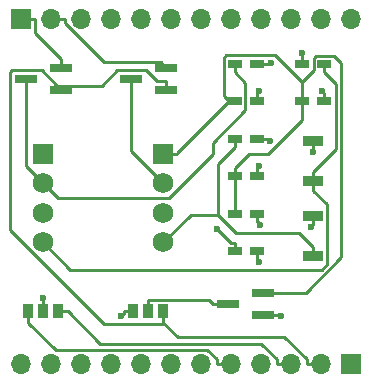
<source format=gtl>
G04 #@! TF.FileFunction,Copper,L1,Top,Signal*
%FSLAX46Y46*%
G04 Gerber Fmt 4.6, Leading zero omitted, Abs format (unit mm)*
G04 Created by KiCad (PCBNEW 4.0.7-e2-6376~60~ubuntu17.10.1) date Wed Nov 29 13:14:38 2017*
%MOMM*%
%LPD*%
G01*
G04 APERTURE LIST*
%ADD10C,0.100000*%
%ADD11R,1.700000X1.700000*%
%ADD12O,1.700000X1.700000*%
%ADD13R,1.200000X0.750000*%
%ADD14R,0.970000X1.270000*%
%ADD15R,1.900000X0.800000*%
%ADD16R,1.700000X0.900000*%
%ADD17R,1.750000X1.750000*%
%ADD18C,1.750000*%
%ADD19C,0.600000*%
%ADD20C,0.250000*%
G04 APERTURE END LIST*
D10*
D11*
X176530000Y-120650000D03*
D12*
X173990000Y-120650000D03*
X171450000Y-120650000D03*
X168910000Y-120650000D03*
X166370000Y-120650000D03*
X163830000Y-120650000D03*
X161290000Y-120650000D03*
X158750000Y-120650000D03*
X156210000Y-120650000D03*
X153670000Y-120650000D03*
X151130000Y-120650000D03*
X148590000Y-120650000D03*
D13*
X172405000Y-95250000D03*
X174305000Y-95250000D03*
X172405000Y-98425000D03*
X174305000Y-98425000D03*
X166690000Y-98425000D03*
X168590000Y-98425000D03*
X166690000Y-95250000D03*
X168590000Y-95250000D03*
X168590000Y-101600000D03*
X166690000Y-101600000D03*
X166690000Y-104775000D03*
X168590000Y-104775000D03*
X166690000Y-107950000D03*
X168590000Y-107950000D03*
X166690000Y-111125000D03*
X168590000Y-111125000D03*
D14*
X158115000Y-116205000D03*
X159385000Y-116205000D03*
X160655000Y-116205000D03*
X149225000Y-116205000D03*
X150495000Y-116205000D03*
X151765000Y-116205000D03*
D15*
X151995000Y-97470000D03*
X151995000Y-95570000D03*
X148995000Y-96520000D03*
X160885000Y-97470000D03*
X160885000Y-95570000D03*
X157885000Y-96520000D03*
D16*
X173355000Y-105205000D03*
X173355000Y-101805000D03*
X173355000Y-111555000D03*
X173355000Y-108155000D03*
D15*
X169140000Y-116520000D03*
X169140000Y-114620000D03*
X166140000Y-115570000D03*
D17*
X150495000Y-102870000D03*
D18*
X150495000Y-105370000D03*
X150495000Y-107870000D03*
X150495000Y-110370000D03*
D17*
X160655000Y-102870000D03*
D18*
X160655000Y-105370000D03*
X160655000Y-107870000D03*
X160655000Y-110370000D03*
D11*
X148590000Y-91440000D03*
D12*
X151130000Y-91440000D03*
X153670000Y-91440000D03*
X156210000Y-91440000D03*
X158750000Y-91440000D03*
X161290000Y-91440000D03*
X163830000Y-91440000D03*
X166370000Y-91440000D03*
X168910000Y-91440000D03*
X171450000Y-91440000D03*
X173990000Y-91440000D03*
X176530000Y-91440000D03*
D19*
X170627900Y-116565400D03*
X168781800Y-112017100D03*
X168871000Y-108853900D03*
X174051300Y-97547700D03*
X172405000Y-94357800D03*
X169742800Y-95146600D03*
X168776600Y-97538100D03*
X169690300Y-101775000D03*
X168787300Y-103877400D03*
X173138400Y-109105400D03*
X173355000Y-102755300D03*
X150495000Y-115057200D03*
X165207500Y-109270300D03*
X157115000Y-116625500D03*
D20*
X169140000Y-116520000D02*
X170415300Y-116520000D01*
X170460700Y-116565400D02*
X170415300Y-116520000D01*
X170627900Y-116565400D02*
X170460700Y-116565400D01*
X168590000Y-111125000D02*
X168590000Y-111825300D01*
X168590000Y-111825300D02*
X168781800Y-112017100D01*
X168590000Y-107950000D02*
X168590000Y-108650300D01*
X168667400Y-108650300D02*
X168590000Y-108650300D01*
X168871000Y-108853900D02*
X168667400Y-108650300D01*
X174305000Y-98425000D02*
X174305000Y-97724700D01*
X174228300Y-97724700D02*
X174305000Y-97724700D01*
X174051300Y-97547700D02*
X174228300Y-97724700D01*
X172405000Y-94357800D02*
X172405000Y-95250000D01*
X168590000Y-95250000D02*
X169515300Y-95250000D01*
X169618700Y-95146600D02*
X169515300Y-95250000D01*
X169742800Y-95146600D02*
X169618700Y-95146600D01*
X168590000Y-98425000D02*
X168590000Y-97724700D01*
X168776600Y-97538100D02*
X168590000Y-97724700D01*
X168590000Y-101600000D02*
X169515300Y-101600000D01*
X169690300Y-101775000D02*
X169515300Y-101600000D01*
X168590000Y-104775000D02*
X168590000Y-104074700D01*
X168787300Y-103877400D02*
X168590000Y-104074700D01*
X173355000Y-108155000D02*
X173355000Y-108930300D01*
X173313500Y-108930300D02*
X173355000Y-108930300D01*
X173138400Y-109105400D02*
X173313500Y-108930300D01*
X173355000Y-102755300D02*
X173355000Y-101805000D01*
X150495000Y-115057200D02*
X150495000Y-116205000D01*
X174530400Y-107155700D02*
X173355000Y-105980300D01*
X174530400Y-112208400D02*
X174530400Y-107155700D01*
X174072500Y-112666300D02*
X174530400Y-112208400D01*
X152791300Y-112666300D02*
X174072500Y-112666300D01*
X150495000Y-110370000D02*
X152791300Y-112666300D01*
X173355000Y-105592600D02*
X173355000Y-105980300D01*
X173355000Y-105592600D02*
X173355000Y-105205000D01*
X175286400Y-96931700D02*
X174305000Y-95950300D01*
X175286400Y-102498300D02*
X175286400Y-96931700D01*
X173355000Y-104429700D02*
X175286400Y-102498300D01*
X173355000Y-105205000D02*
X173355000Y-104429700D01*
X174305000Y-95250000D02*
X174305000Y-95950300D01*
X166690000Y-107950000D02*
X166690000Y-104775000D01*
X166690000Y-98425000D02*
X166227400Y-98425000D01*
X161855300Y-102797100D02*
X166227400Y-98425000D01*
X161855300Y-102870000D02*
X161855300Y-102797100D01*
X160655000Y-102870000D02*
X161855300Y-102870000D01*
X165764600Y-97962200D02*
X166227400Y-98425000D01*
X165764600Y-94739700D02*
X165764600Y-97962200D01*
X165983100Y-94521200D02*
X165764600Y-94739700D01*
X170154400Y-94521200D02*
X165983100Y-94521200D01*
X172405000Y-96771800D02*
X170154400Y-94521200D01*
X166690000Y-104775000D02*
X166690000Y-104074700D01*
X172405000Y-96771800D02*
X172405000Y-98425000D01*
X167871300Y-102893400D02*
X166690000Y-104074700D01*
X169486800Y-102893400D02*
X167871300Y-102893400D01*
X172405000Y-99975200D02*
X169486800Y-102893400D01*
X172405000Y-98425000D02*
X172405000Y-99975200D01*
X173379600Y-95797200D02*
X172405000Y-96771800D01*
X173379600Y-94731400D02*
X173379600Y-95797200D01*
X173561400Y-94549600D02*
X173379600Y-94731400D01*
X175117500Y-94549600D02*
X173561400Y-94549600D01*
X175736800Y-95168900D02*
X175117500Y-94549600D01*
X175736800Y-111638900D02*
X175736800Y-95168900D01*
X172755700Y-114620000D02*
X175736800Y-111638900D01*
X169140000Y-114620000D02*
X172755700Y-114620000D01*
X166690000Y-101600000D02*
X166690000Y-102300300D01*
X163011000Y-108014000D02*
X165295900Y-108014000D01*
X160655000Y-110370000D02*
X163011000Y-108014000D01*
X166813600Y-109531700D02*
X165295900Y-108014000D01*
X172107000Y-109531700D02*
X166813600Y-109531700D01*
X173355000Y-110779700D02*
X172107000Y-109531700D01*
X165295900Y-103694400D02*
X166690000Y-102300300D01*
X165295900Y-108014000D02*
X165295900Y-103694400D01*
X173355000Y-111555000D02*
X173355000Y-110779700D01*
X151995000Y-97470000D02*
X151995000Y-97107300D01*
X160558000Y-117262300D02*
X160655000Y-117165300D01*
X155646900Y-117262300D02*
X160558000Y-117262300D01*
X147701600Y-109317000D02*
X155646900Y-117262300D01*
X147701600Y-95965800D02*
X147701600Y-109317000D01*
X147872800Y-95794600D02*
X147701600Y-95965800D01*
X150358400Y-95794600D02*
X147872800Y-95794600D01*
X151671100Y-97107300D02*
X150358400Y-95794600D01*
X151995000Y-97107300D02*
X151671100Y-97107300D01*
X160655000Y-116205000D02*
X160655000Y-117095400D01*
X160655000Y-117095400D02*
X160655000Y-117165300D01*
X172814700Y-120282700D02*
X172814700Y-120650000D01*
X170909500Y-118377500D02*
X172814700Y-120282700D01*
X161867200Y-118377500D02*
X170909500Y-118377500D01*
X160655000Y-117165300D02*
X161867200Y-118377500D01*
X173990000Y-120650000D02*
X172814700Y-120650000D01*
X155434700Y-97107300D02*
X151995000Y-97107300D01*
X156747400Y-95794600D02*
X155434700Y-97107300D01*
X159209600Y-95794600D02*
X156747400Y-95794600D01*
X160159700Y-96744700D02*
X159209600Y-95794600D01*
X160885000Y-96744700D02*
X160159700Y-96744700D01*
X160885000Y-97470000D02*
X160885000Y-96744700D01*
X170274700Y-120282700D02*
X170274700Y-120650000D01*
X168943400Y-118951400D02*
X170274700Y-120282700D01*
X155321700Y-118951400D02*
X168943400Y-118951400D01*
X152575300Y-116205000D02*
X155321700Y-118951400D01*
X151765000Y-116205000D02*
X152575300Y-116205000D01*
X171450000Y-120650000D02*
X170274700Y-120650000D01*
X164539400Y-115244700D02*
X159385000Y-115244700D01*
X164864700Y-115570000D02*
X164539400Y-115244700D01*
X166140000Y-115570000D02*
X164864700Y-115570000D01*
X159385000Y-116205000D02*
X159385000Y-115244700D01*
X166690000Y-95250000D02*
X166690000Y-95950300D01*
X167615400Y-96875700D02*
X166690000Y-95950300D01*
X167615400Y-99180900D02*
X167615400Y-96875700D01*
X164845500Y-101950800D02*
X167615400Y-99180900D01*
X164845500Y-102884800D02*
X164845500Y-101950800D01*
X161110300Y-106620000D02*
X164845500Y-102884800D01*
X151745000Y-106620000D02*
X161110300Y-106620000D01*
X150495000Y-105370000D02*
X151745000Y-106620000D01*
X148995000Y-103870000D02*
X150495000Y-105370000D01*
X148995000Y-96520000D02*
X148995000Y-103870000D01*
X157885000Y-102600000D02*
X157885000Y-96520000D01*
X160655000Y-105370000D02*
X157885000Y-102600000D01*
X166361900Y-110424700D02*
X166690000Y-110424700D01*
X165207500Y-109270300D02*
X166361900Y-110424700D01*
X166690000Y-111125000D02*
X166690000Y-110424700D01*
X149765300Y-92615000D02*
X149765300Y-91440000D01*
X151995000Y-94844700D02*
X149765300Y-92615000D01*
X151995000Y-95570000D02*
X151995000Y-94844700D01*
X148590000Y-91440000D02*
X149765300Y-91440000D01*
X151130000Y-91440000D02*
X152305300Y-91440000D01*
X152305300Y-91807300D02*
X152305300Y-91440000D01*
X155617700Y-95119700D02*
X152305300Y-91807300D01*
X160434700Y-95119700D02*
X155617700Y-95119700D01*
X160885000Y-95570000D02*
X160434700Y-95119700D01*
X165194700Y-120282600D02*
X165194700Y-120650000D01*
X164386800Y-119474700D02*
X165194700Y-120282600D01*
X151534400Y-119474700D02*
X164386800Y-119474700D01*
X149225000Y-117165300D02*
X151534400Y-119474700D01*
X149225000Y-116205000D02*
X149225000Y-117165300D01*
X166370000Y-120650000D02*
X165194700Y-120650000D01*
X157304700Y-116435800D02*
X157115000Y-116625500D01*
X157304700Y-116205000D02*
X157304700Y-116435800D01*
X158115000Y-116205000D02*
X157304700Y-116205000D01*
M02*

</source>
